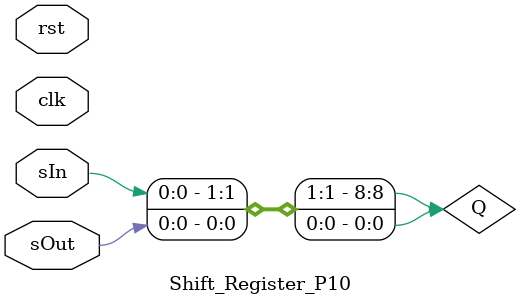
<source format=sv>
`timescale 1ns/1ns

module Shift_Register_P5(input sIn, clk, rst, output sOut);
	wire [8 : 0]Q;
	wire [7 : 0]ignore;

	assign Q[8] = sIn;
	assign sOut = Q[0];

	genvar i;
	generate
		for (i = 7; i >=0; i--)
			Clocked_Dlatch_With_Delay_Reset_P4 DD(.D(Q[i + 1]), .clk(clk), .rst(rst), .Q(Q[i]), .Q_bar(ignore[i]));
	endgenerate
endmodule

module Shift_Register_P8(input sIn, clk, rst, sOut);
	wire [8 : 0]Q;
	wire [7 : 0]ignore;

	assign Q[8] = sIn;
	assign sOut = Q[0];

	genvar i;
	generate
		for (i = 7; i >=0; i--)
			 D_Flip_Flop_Reset_P7 DD(.D(Q[i + 1]), .clk(clk), .rst(rst), .Q(Q[i]), .Q_bar(ignore[i]));
	endgenerate
endmodule

module Shift_Register_P10(input sIn, clk, rst, sOut);
	wire [8 : 0]Q;
	wire [7 : 0]ignore;

	assign Q[8] = sIn;
	assign sOut = Q[0];

	genvar i;
	generate
		for (i = 7; i >=0; i--)
			 D_Flip_Flop_Reset_Always_P9 DD(.D(Q[i + 1]), .clk(clk), .rst(rst), .Q(Q[i]), .Q_bar(ignore[i]));
	endgenerate
endmodule
</source>
